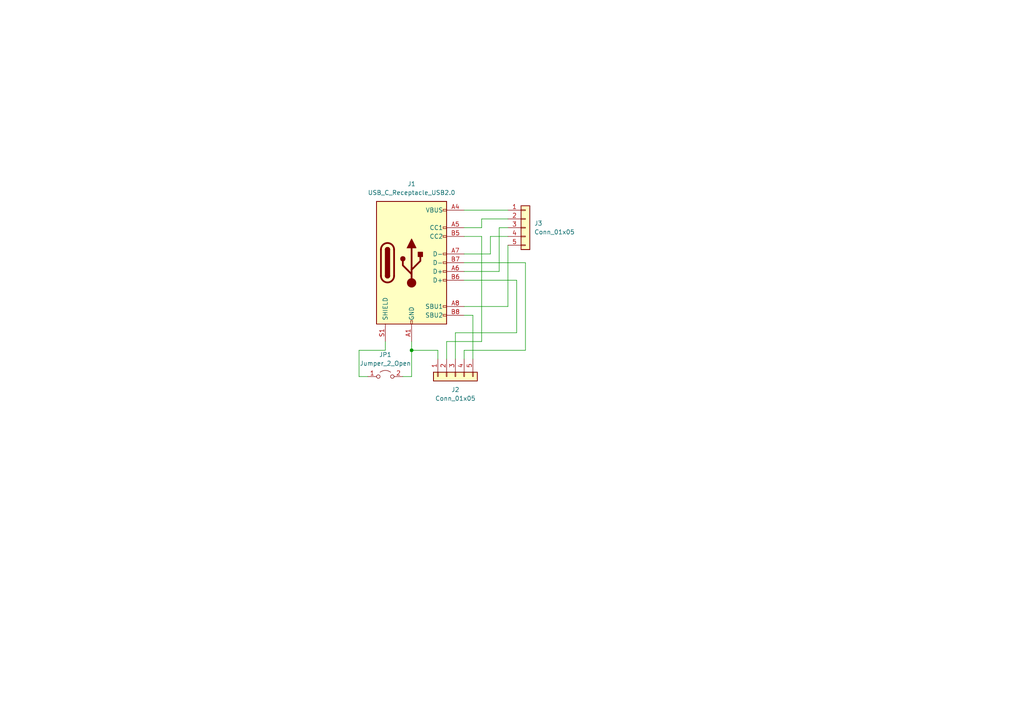
<source format=kicad_sch>
(kicad_sch (version 20211123) (generator eeschema)
  (paper "A4")
  (lib_symbols
    (symbol "Connector:USB_C_Receptacle_USB2.0" (pin_names (offset 1.016))
      (property "Reference" "J" (at -10.16 19.05 0))
      (property "Value" "USB_C_Receptacle_USB2.0" (at 19.05 19.05 0))
      (symbol "USB_C_Receptacle_USB2.0_0_0"
        (rectangle (start -0.254 -17.78) (end 0.254 -16.764))
        (rectangle (start 10.16 -14.986) (end 9.144 -15.494))
        (rectangle (start 10.16 -12.446) (end 9.144 -12.954))
        (rectangle (start 10.16 -4.826) (end 9.144 -5.334))
        (rectangle (start 10.16 -2.286) (end 9.144 -2.794))
        (rectangle (start 10.16 0.254) (end 9.144 -0.254))
        (rectangle (start 10.16 2.794) (end 9.144 2.286))
        (rectangle (start 10.16 7.874) (end 9.144 7.366))
        (rectangle (start 10.16 10.414) (end 9.144 9.906))
        (rectangle (start 10.16 15.494) (end 9.144 14.986))
      )
      (symbol "USB_C_Receptacle_USB2.0_0_1"
        (rectangle (start -10.16 17.78) (end 10.16 -17.78) (stroke (width 0.254)) (fill (type background)))
        (arc (start -8.89 -3.81) (mid -6.985 -5.715) (end -5.08 -3.81) (stroke (width 0.508)))
        (arc (start -7.62 -3.81) (mid -6.985 -4.445) (end -6.35 -3.81) (stroke (width 0.254)))
        (arc (start -7.62 -3.81) (mid -6.985 -4.445) (end -6.35 -3.81) (stroke (width 0.254)) (fill (type outline)))
        (rectangle (start -7.62 -3.81) (end -6.35 3.81) (stroke (width 0.254)) (fill (type outline)))
        (arc (start -6.35 3.81) (mid -6.985 4.445) (end -7.62 3.81) (stroke (width 0.254)))
        (arc (start -6.35 3.81) (mid -6.985 4.445) (end -7.62 3.81) (stroke (width 0.254)) (fill (type outline)))
        (arc (start -5.08 3.81) (mid -6.985 5.715) (end -8.89 3.81) (stroke (width 0.508)))
        (circle (center -2.54 1.143) (radius 0.635) (stroke (width 0.254)) (fill (type outline)))
        (circle (center 0 -5.842) (radius 1.27) (fill (type outline)))
        (polyline (pts (xy -8.89 -3.81) (xy -8.89 3.81)) (stroke (width 0.508)))
        (polyline (pts (xy -5.08 3.81) (xy -5.08 -3.81)) (stroke (width 0.508)))
        (polyline (pts (xy 0 -5.842) (xy 0 4.318)) (stroke (width 0.508)))
        (polyline (pts (xy 0 -3.302) (xy -2.54 -0.762) (xy -2.54 0.508)) (stroke (width 0.508)))
        (polyline (pts (xy 0 -2.032) (xy 2.54 0.508) (xy 2.54 1.778)) (stroke (width 0.508)))
        (polyline (pts (xy -1.27 4.318) (xy 0 6.858) (xy 1.27 4.318) (xy -1.27 4.318)) (stroke (width 0.254)) (fill (type outline)))
        (rectangle (start 1.905 1.778) (end 3.175 3.048) (stroke (width 0.254)) (fill (type outline)))
      )
      (symbol "USB_C_Receptacle_USB2.0_1_1"
        (pin passive line (at 0 -22.86 90) (length 5.08) (name "GND") (number "A1"))
        (pin passive line (at 0 -22.86 90) (length 5.08) hide (name "GND") (number "A12"))
        (pin passive line (at 15.24 15.24 180) (length 5.08) (name "VBUS") (number "A4"))
        (pin bidirectional line (at 15.24 10.16 180) (length 5.08) (name "CC1") (number "A5"))
        (pin bidirectional line (at 15.24 -2.54 180) (length 5.08) (name "D+") (number "A6"))
        (pin bidirectional line (at 15.24 2.54 180) (length 5.08) (name "D-") (number "A7"))
        (pin bidirectional line (at 15.24 -12.7 180) (length 5.08) (name "SBU1") (number "A8"))
        (pin passive line (at 15.24 15.24 180) (length 5.08) hide (name "VBUS") (number "A9"))
        (pin passive line (at 0 -22.86 90) (length 5.08) hide (name "GND") (number "B1"))
        (pin passive line (at 0 -22.86 90) (length 5.08) hide (name "GND") (number "B12"))
        (pin passive line (at 15.24 15.24 180) (length 5.08) hide (name "VBUS") (number "B4"))
        (pin bidirectional line (at 15.24 7.62 180) (length 5.08) (name "CC2") (number "B5"))
        (pin bidirectional line (at 15.24 -5.08 180) (length 5.08) (name "D+") (number "B6"))
        (pin bidirectional line (at 15.24 0 180) (length 5.08) (name "D-") (number "B7"))
        (pin bidirectional line (at 15.24 -15.24 180) (length 5.08) (name "SBU2") (number "B8"))
        (pin passive line (at 15.24 15.24 180) (length 5.08) hide (name "VBUS") (number "B9"))
        (pin passive line (at -7.62 -22.86 90) (length 5.08) (name "SHIELD") (number "S1"))
      )
    )
    (symbol "Connector_Generic:Conn_01x05" (pin_names (offset 1.016) hide)
      (property "Reference" "J" (at 0 7.62 0))
      (property "Value" "Conn_01x05" (at 0 -7.62 0))
      (symbol "Conn_01x05_1_1"
        (rectangle (start -1.27 -4.953) (end 0 -5.207) (stroke (width 0.1524)))
        (rectangle (start -1.27 -2.413) (end 0 -2.667) (stroke (width 0.1524)))
        (rectangle (start -1.27 0.127) (end 0 -0.127) (stroke (width 0.1524)))
        (rectangle (start -1.27 2.667) (end 0 2.413) (stroke (width 0.1524)))
        (rectangle (start -1.27 5.207) (end 0 4.953) (stroke (width 0.1524)))
        (rectangle (start -1.27 6.35) (end 1.27 -6.35) (stroke (width 0.254)) (fill (type background)))
        (pin passive line (at -5.08 5.08 0) (length 3.81) (name "Pin_1") (number "1"))
        (pin passive line (at -5.08 2.54 0) (length 3.81) (name "Pin_2") (number "2"))
        (pin passive line (at -5.08 0 0) (length 3.81) (name "Pin_3") (number "3"))
        (pin passive line (at -5.08 -2.54 0) (length 3.81) (name "Pin_4") (number "4"))
        (pin passive line (at -5.08 -5.08 0) (length 3.81) (name "Pin_5") (number "5"))
      )
    )
    (symbol "Jumper:Jumper_2_Open" (pin_names (offset 0) hide)
      (property "Reference" "JP" (at 0 2.794 0))
      (property "Value" "Jumper_2_Open" (at 0 -2.286 0))
      (symbol "Jumper_2_Open_0_0"
        (circle (center -2.032 0) (radius 0.508))
        (circle (center 2.032 0) (radius 0.508))
      )
      (symbol "Jumper_2_Open_0_1"
        (arc (start 1.524 1.27) (mid 0 1.778) (end -1.524 1.27))
      )
      (symbol "Jumper_2_Open_1_1"
        (pin passive line (at -5.08 0 0) (length 2.54) (name "A") (number "1"))
        (pin passive line (at 5.08 0 180) (length 2.54) (name "B") (number "2"))
      )
    )
  )
  (junction (at 119.38 101.6))
  (wire (pts (xy 139.7 99.06) (xy 129.54 99.06)))
  (wire (pts (xy 139.7 68.58) (xy 139.7 99.06)))
  (wire (pts (xy 111.76 99.06) (xy 111.76 101.6)))
  (wire (pts (xy 142.24 68.58) (xy 147.32 68.58)))
  (wire (pts (xy 139.7 66.04) (xy 139.7 63.5)))
  (wire (pts (xy 132.08 96.52) (xy 132.08 104.14)))
  (wire (pts (xy 134.62 76.2) (xy 152.4 76.2)))
  (wire (pts (xy 144.78 66.04) (xy 147.32 66.04)))
  (wire (pts (xy 104.14 101.6) (xy 104.14 109.22)))
  (wire (pts (xy 149.86 81.28) (xy 149.86 96.52)))
  (wire (pts (xy 142.24 73.66) (xy 142.24 68.58)))
  (wire (pts (xy 134.62 60.96) (xy 147.32 60.96)))
  (wire (pts (xy 127 101.6) (xy 127 104.14)))
  (wire (pts (xy 119.38 99.06) (xy 119.38 101.6)))
  (wire (pts (xy 147.32 88.9) (xy 147.32 71.12)))
  (wire (pts (xy 152.4 76.2) (xy 152.4 101.6)))
  (wire (pts (xy 119.38 101.6) (xy 127 101.6)))
  (wire (pts (xy 134.62 81.28) (xy 149.86 81.28)))
  (wire (pts (xy 129.54 99.06) (xy 129.54 104.14)))
  (wire (pts (xy 134.62 101.6) (xy 134.62 104.14)))
  (wire (pts (xy 137.16 91.44) (xy 137.16 104.14)))
  (wire (pts (xy 134.62 88.9) (xy 147.32 88.9)))
  (wire (pts (xy 149.86 96.52) (xy 132.08 96.52)))
  (wire (pts (xy 134.62 73.66) (xy 142.24 73.66)))
  (wire (pts (xy 134.62 68.58) (xy 139.7 68.58)))
  (wire (pts (xy 144.78 78.74) (xy 144.78 66.04)))
  (wire (pts (xy 116.84 109.22) (xy 119.38 109.22)))
  (wire (pts (xy 134.62 91.44) (xy 137.16 91.44)))
  (wire (pts (xy 139.7 63.5) (xy 147.32 63.5)))
  (wire (pts (xy 134.62 78.74) (xy 144.78 78.74)))
  (wire (pts (xy 111.76 101.6) (xy 104.14 101.6)))
  (wire (pts (xy 119.38 109.22) (xy 119.38 101.6)))
  (wire (pts (xy 134.62 66.04) (xy 139.7 66.04)))
  (wire (pts (xy 152.4 101.6) (xy 134.62 101.6)))
  (wire (pts (xy 104.14 109.22) (xy 106.68 109.22)))
  (symbol (lib_id "Connector:USB_C_Receptacle_USB2.0") (at 119.38 76.2 0) (unit 1)
    (property "Reference" "J1" (at 119.38 53.34 0))
    (property "Value" "USB_C_Receptacle_USB2.0" (at 119.38 55.88 0))
    (property "Footprint" "type-c:USB_C_Receptacle_HRO_TYPE-C-31-M-12" (effects hide))
    (property "Datasheet" "https://www.usb.org/sites/default/files/documents/usb_type-c.zip" (effects hide))
  )
  (symbol (lib_id "Connector_Generic:Conn_01x05") (at 152.4 66.04 0) (unit 1)
    (property "Reference" "J3" (at 154.94 64.7699 0) (effects (justify left)))
    (property "Value" "Conn_01x05" (at 154.94 67.3099 0) (effects (justify left)))
    (property "Footprint" "Connector_PinHeader_2.54mm:PinHeader_1x05_P2.54mm_Vertical" (effects hide))
  )
  (symbol (lib_id "Jumper:Jumper_2_Open") (at 111.76 109.22 0) (unit 1)
    (property "Reference" "JP1" (at 111.76 102.87 0))
    (property "Value" "Jumper_2_Open" (at 111.76 105.41 0))
    (property "Footprint" "Jumper:SolderJumper-2_P1.3mm_Open_TrianglePad1.0x1.5mm" (effects hide))
  )
  (symbol (lib_id "Connector_Generic:Conn_01x05") (at 132.08 109.22 90) (mirror x) (unit 1)
    (property "Reference" "J2" (at 132.08 113.03 90))
    (property "Value" "Conn_01x05" (at 132.08 115.57 90))
    (property "Footprint" "Connector_PinHeader_2.54mm:PinHeader_1x05_P2.54mm_Vertical" (effects hide))
  )
)
</source>
